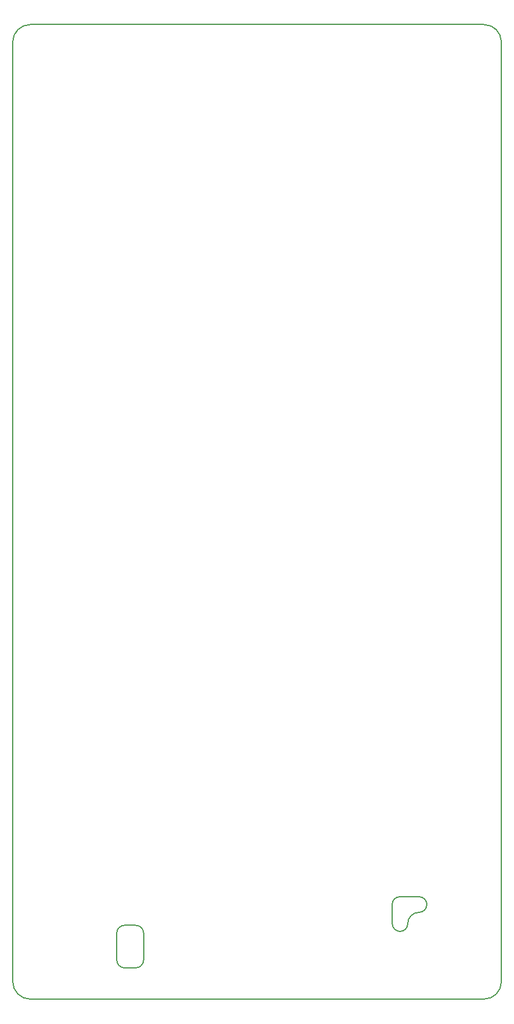
<source format=gbr>
G04 start of page 4 for group 8 idx 8 *
G04 Title: (unknown), outline *
G04 Creator: pcb 20091103 *
G04 CreationDate: Sun Jun 11 07:31:11 2023 UTC *
G04 For: bh *
G04 Format: Gerber/RS-274X *
G04 PCB-Dimensions: 370000 600000 *
G04 PCB-Coordinate-Origin: lower left *
%MOIN*%
%FSLAX25Y25*%
%LNMECHANICAL*%
%ADD35C,0.0060*%
G54D35*X304500Y577500D02*Y36000D01*
X22500D02*Y577500D01*
X32500Y587500D02*X294500D01*
X82500Y64000D02*Y48500D01*
X32500Y26000D02*X294500D01*
X246000Y85000D02*X257000D01*
X241500Y80500D02*Y69500D01*
X87000Y68500D02*X93500D01*
X98000Y64000D02*Y48500D01*
X87000Y44000D02*X93500D01*
X22500Y36000D02*G75*G03X32500Y26000I10000J0D01*G01*
Y587500D02*G75*G03X22500Y577500I0J-10000D01*G01*
X294500Y587500D02*G75*G02X304500Y577500I0J-10000D01*G01*
X294500Y26000D02*G75*G03X304500Y36000I0J10000D01*G01*
X241500Y80500D02*G75*G02X246000Y85000I4500J0D01*G01*
Y65000D02*G75*G02X241500Y69500I0J4500D01*G01*
X250500D02*G75*G02X246000Y65000I-4500J0D01*G01*
X257000Y85000D02*G75*G02X261500Y80500I0J-4500D01*G01*
G75*G02X257000Y76000I-4500J0D01*G01*
G75*G03X250500Y69500I0J-6500D01*G01*
X93500Y68500D02*G75*G02X98000Y64000I0J-4500D01*G01*
X82500D02*G75*G02X87000Y68500I4500J0D01*G01*
Y44000D02*G75*G02X82500Y48500I0J4500D01*G01*
X98000D02*G75*G02X93500Y44000I-4500J0D01*G01*
M02*

</source>
